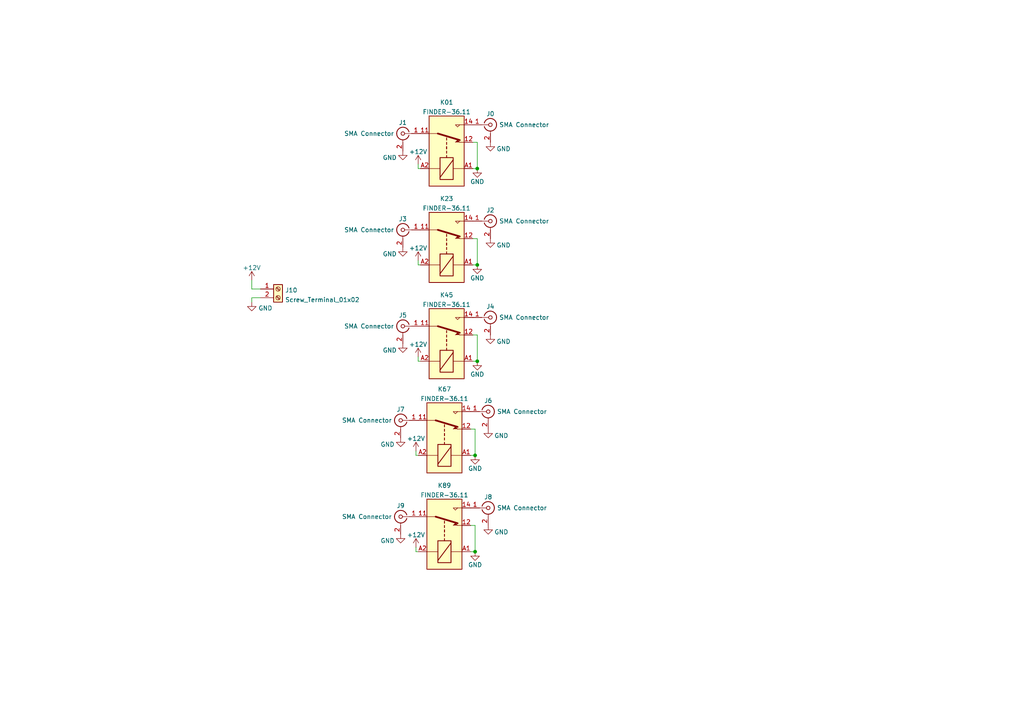
<source format=kicad_sch>
(kicad_sch (version 20211123) (generator eeschema)
  (paper "A4")
  (lib_symbols
    (symbol "Connector:Conn_Coaxial" (pin_names (offset 1.016) hide)
      (property "Reference" "J" (at 0.254 3.048 0))
      (property "Value" "SMA Connector" (at 2.921 0 90))
      (symbol "Conn_Coaxial_0_1"
        (arc (start -1.778 -0.508) (mid 0.222 -1.808) (end 1.778 0) (stroke (width 0.254)))
        (polyline (pts (xy -2.54 0) (xy -0.508 0)))
        (polyline (pts (xy 0 -2.54) (xy 0 -1.778)))
        (circle (center 0 0) (radius 0.508) (stroke (width 0.2032)))
        (arc (start 1.778 0) (mid 0.222 1.8083) (end -1.778 0.508) (stroke (width 0.254)))
      )
      (symbol "Conn_Coaxial_1_1"
        (pin passive line (at -5.08 0 0) (length 2.54) (name "In") (number "1"))
        (pin passive line (at 0 -5.08 90) (length 2.54) (name "Ext") (number "2"))
      )
    )
    (symbol "Connector:Screw_Terminal_01x02" (pin_names (offset 1.016) hide)
      (property "Reference" "J" (at 0 2.54 0))
      (property "Value" "Screw_Terminal_01x02" (at 0 -5.08 0))
      (symbol "Screw_Terminal_01x02_1_1"
        (rectangle (start -1.27 1.27) (end 1.27 -3.81) (stroke (width 0.254)) (fill (type background)))
        (circle (center 0 -2.54) (radius 0.635) (stroke (width 0.1524)))
        (polyline (pts (xy -0.5334 -2.2098) (xy 0.3302 -3.048)) (stroke (width 0.1524)))
        (polyline (pts (xy -0.5334 0.3302) (xy 0.3302 -0.508)) (stroke (width 0.1524)))
        (polyline (pts (xy -0.3556 -2.032) (xy 0.508 -2.8702)) (stroke (width 0.1524)))
        (polyline (pts (xy -0.3556 0.508) (xy 0.508 -0.3302)) (stroke (width 0.1524)))
        (circle (center 0 0) (radius 0.635) (stroke (width 0.1524)))
        (pin passive line (at -5.08 0 0) (length 3.81) (name "Pin_1") (number "1"))
        (pin passive line (at -5.08 -2.54 0) (length 3.81) (name "Pin_2") (number "2"))
      )
    )
    (symbol "Relay:FINDER-36.11"
      (property "Reference" "K" (at 11.43 3.81 0))
      (property "Value" "FINDER-36.11" (at 11.43 1.27 0))
      (symbol "FINDER-36.11_0_0"
        (polyline (pts (xy 2.54 3.81) (xy 2.54 5.08)))
        (polyline (pts (xy 7.62 3.81) (xy 7.62 5.08)))
        (polyline (pts (xy 7.62 3.81) (xy 7.62 2.54) (xy 6.985 3.175) (xy 7.62 3.81)))
      )
      (symbol "FINDER-36.11_0_1"
        (rectangle (start -10.16 5.08) (end 10.16 -5.08) (stroke (width 0.254)) (fill (type background)))
        (rectangle (start -8.255 1.905) (end -1.905 -1.905) (stroke (width 0.254)))
        (polyline (pts (xy -7.62 -1.905) (xy -2.54 1.905)) (stroke (width 0.254)))
        (polyline (pts (xy -5.08 -5.08) (xy -5.08 -1.905)))
        (polyline (pts (xy -5.08 5.08) (xy -5.08 1.905)))
        (polyline (pts (xy -1.905 0) (xy -1.27 0)) (stroke (width 0.254)))
        (polyline (pts (xy -0.635 0) (xy 0 0)) (stroke (width 0.254)))
        (polyline (pts (xy 0.635 0) (xy 1.27 0)) (stroke (width 0.254)))
        (polyline (pts (xy 0.635 0) (xy 1.27 0)) (stroke (width 0.254)))
        (polyline (pts (xy 1.905 0) (xy 2.54 0)) (stroke (width 0.254)))
        (polyline (pts (xy 3.175 0) (xy 3.81 0)) (stroke (width 0.254)))
        (polyline (pts (xy 5.08 -2.54) (xy 3.175 3.81)) (stroke (width 0.508)))
        (polyline (pts (xy 5.08 -2.54) (xy 5.08 -5.08)))
        (polyline (pts (xy 2.54 2.54) (xy 3.175 3.175) (xy 2.54 3.81)) (fill (type outline)))
      )
      (symbol "FINDER-36.11_1_1"
        (pin passive line (at 5.08 -7.62 90) (length 2.54) (name "~") (number "11"))
        (pin passive line (at 2.54 7.62 270) (length 2.54) (name "~") (number "12"))
        (pin passive line (at 7.62 7.62 270) (length 2.54) (name "~") (number "14"))
        (pin passive line (at -5.08 7.62 270) (length 2.54) (name "~") (number "A1"))
        (pin passive line (at -5.08 -7.62 90) (length 2.54) (name "~") (number "A2"))
      )
    )
    (symbol "power:+12V" (power) (pin_names (offset 0))
      (property "Value" "+12V" (at 0 3.556 0))
      (symbol "+12V_0_1"
        (polyline (pts (xy -0.762 1.27) (xy 0 2.54)))
        (polyline (pts (xy 0 0) (xy 0 2.54)))
        (polyline (pts (xy 0 2.54) (xy 0.762 1.27)))
      )
      (symbol "+12V_1_1"
        (pin power_in line (at 0 0 90) (length 0) hide (name "+12V") (number "1"))
      )
    )
    (symbol "power:GND" (power) (pin_names (offset 0))
      (property "Value" "GND" (at 0 -3.81 0))
      (symbol "GND_0_1"
        (polyline (pts (xy 0 0) (xy 0 -1.27) (xy 1.27 -1.27) (xy 0 -2.54) (xy -1.27 -1.27) (xy 0 -1.27)))
      )
      (symbol "GND_1_1"
        (pin power_in line (at 0 0 270) (length 0) hide (name "GND") (number "1"))
      )
    )
  )
  (junction (at 137.795 160.02))
  (junction (at 138.43 76.835))
  (junction (at 137.795 132.08))
  (junction (at 138.43 48.895))
  (junction (at 138.43 104.775))
  (wire (pts (xy 120.65 132.08) (xy 121.285 132.08)))
  (wire (pts (xy 137.16 69.215) (xy 138.43 69.215)))
  (wire (pts (xy 121.285 104.775) (xy 121.92 104.775)))
  (wire (pts (xy 137.795 124.46) (xy 137.795 132.08)))
  (wire (pts (xy 75.565 86.36) (xy 73.025 86.36)))
  (wire (pts (xy 73.025 81.28) (xy 73.025 83.82)))
  (wire (pts (xy 120.65 160.02) (xy 121.285 160.02)))
  (wire (pts (xy 138.43 69.215) (xy 138.43 76.835)))
  (wire (pts (xy 137.16 104.775) (xy 138.43 104.775)))
  (wire (pts (xy 137.16 76.835) (xy 138.43 76.835)))
  (wire (pts (xy 75.565 83.82) (xy 73.025 83.82)))
  (wire (pts (xy 120.65 158.75) (xy 120.65 160.02)))
  (wire (pts (xy 121.285 103.505) (xy 121.285 104.775)))
  (wire (pts (xy 73.025 86.36) (xy 73.025 87.63)))
  (wire (pts (xy 136.525 160.02) (xy 137.795 160.02)))
  (wire (pts (xy 138.43 41.275) (xy 138.43 48.895)))
  (wire (pts (xy 137.16 97.155) (xy 138.43 97.155)))
  (wire (pts (xy 137.795 152.4) (xy 137.795 160.02)))
  (wire (pts (xy 137.16 41.275) (xy 138.43 41.275)))
  (wire (pts (xy 138.43 97.155) (xy 138.43 104.775)))
  (wire (pts (xy 121.285 48.895) (xy 121.92 48.895)))
  (wire (pts (xy 121.285 76.835) (xy 121.92 76.835)))
  (wire (pts (xy 136.525 124.46) (xy 137.795 124.46)))
  (wire (pts (xy 121.285 75.565) (xy 121.285 76.835)))
  (wire (pts (xy 137.16 48.895) (xy 138.43 48.895)))
  (wire (pts (xy 136.525 132.08) (xy 137.795 132.08)))
  (wire (pts (xy 120.65 130.81) (xy 120.65 132.08)))
  (wire (pts (xy 136.525 152.4) (xy 137.795 152.4)))
  (wire (pts (xy 121.285 47.625) (xy 121.285 48.895)))
  (symbol (lib_id "power:+12V") (at 121.285 47.625 0) (unit 1)
    (property "Reference" "#PWR03" (effects hide))
    (property "Value" "+12V" (at 121.285 44.0205 0))
  )
  (symbol (lib_id "Connector:Conn_Coaxial") (at 142.24 92.075 0) (unit 1)
    (property "Reference" "J4" (at 142.24 88.9 0))
    (property "Value" "SMA Connector" (at 144.78 92.075 0) (effects (justify left)))
    (property "Footprint" "Connector_Coaxial:SMA_Amphenol_132203-12_Horizontal" (effects hide))
    (property "Datasheet" " ~" (effects hide))
  )
  (symbol (lib_id "power:GND") (at 116.84 99.695 0) (unit 1)
    (property "Reference" "#PWR010" (effects hide))
    (property "Value" "GND" (at 113.03 101.6 0))
  )
  (symbol (lib_id "Connector:Conn_Coaxial") (at 116.205 121.92 0) (mirror y) (unit 1)
    (property "Reference" "J7" (at 116.205 118.745 0))
    (property "Value" "SMA Connector" (at 113.665 121.92 0) (effects (justify left)))
    (property "Footprint" "Connector_Coaxial:SMA_Amphenol_132203-12_Horizontal" (effects hide))
    (property "Datasheet" " ~" (effects hide))
  )
  (symbol (lib_id "Connector:Conn_Coaxial") (at 142.24 36.195 0) (unit 1)
    (property "Reference" "J0" (at 142.24 33.02 0))
    (property "Value" "SMA Connector" (at 144.78 36.195 0) (effects (justify left)))
    (property "Footprint" "Connector_Coaxial:SMA_Amphenol_132203-12_Horizontal" (effects hide))
    (property "Datasheet" " ~" (effects hide))
  )
  (symbol (lib_id "power:GND") (at 142.24 69.215 0) (mirror y) (unit 1)
    (property "Reference" "#PWR05" (effects hide))
    (property "Value" "GND" (at 146.05 71.12 0))
  )
  (symbol (lib_id "Relay:FINDER-36.11") (at 129.54 43.815 270) (mirror x) (unit 1)
    (property "Reference" "K01" (at 129.54 29.6885 90))
    (property "Value" "FINDER-36.11" (at 129.54 32.4636 90))
    (property "Footprint" "Relay_THT:Relay_SPDT_Finder_36.11" (effects hide))
    (property "Datasheet" "https://gfinder.findernet.com/public/attachments/36/EN/S36EN.pdf" (effects hide))
  )
  (symbol (lib_id "power:+12V") (at 120.65 130.81 0) (unit 1)
    (property "Reference" "#PWR015" (effects hide))
    (property "Value" "+12V" (at 120.65 127.2055 0))
  )
  (symbol (lib_id "Connector:Conn_Coaxial") (at 141.605 147.32 0) (unit 1)
    (property "Reference" "J8" (at 141.605 144.145 0))
    (property "Value" "SMA Connector" (at 144.145 147.32 0) (effects (justify left)))
    (property "Footprint" "Connector_Coaxial:SMA_Amphenol_132203-12_Horizontal" (effects hide))
    (property "Datasheet" " ~" (effects hide))
  )
  (symbol (lib_id "Connector:Conn_Coaxial") (at 116.205 149.86 0) (mirror y) (unit 1)
    (property "Reference" "J9" (at 116.205 146.685 0))
    (property "Value" "SMA Connector" (at 113.665 149.86 0) (effects (justify left)))
    (property "Footprint" "Connector_Coaxial:SMA_Amphenol_132203-12_Horizontal" (effects hide))
    (property "Datasheet" " ~" (effects hide))
  )
  (symbol (lib_id "power:GND") (at 141.605 152.4 0) (mirror y) (unit 1)
    (property "Reference" "#PWR017" (effects hide))
    (property "Value" "GND" (at 145.415 154.305 0))
  )
  (symbol (lib_id "power:GND") (at 137.795 160.02 0) (unit 1)
    (property "Reference" "#PWR020" (effects hide))
    (property "Value" "GND" (at 137.795 163.83 0))
  )
  (symbol (lib_id "Relay:FINDER-36.11") (at 129.54 71.755 270) (mirror x) (unit 1)
    (property "Reference" "K23" (at 129.54 57.6285 90))
    (property "Value" "FINDER-36.11" (at 129.54 60.4036 90))
    (property "Footprint" "Relay_THT:Relay_SPDT_Finder_36.11" (effects hide))
    (property "Datasheet" "https://gfinder.findernet.com/public/attachments/36/EN/S36EN.pdf" (effects hide))
  )
  (symbol (lib_id "power:+12V") (at 120.65 158.75 0) (unit 1)
    (property "Reference" "#PWR019" (effects hide))
    (property "Value" "+12V" (at 120.65 155.1455 0))
  )
  (symbol (lib_id "Connector:Conn_Coaxial") (at 141.605 119.38 0) (unit 1)
    (property "Reference" "J6" (at 141.605 116.205 0))
    (property "Value" "SMA Connector" (at 144.145 119.38 0) (effects (justify left)))
    (property "Footprint" "Connector_Coaxial:SMA_Amphenol_132203-12_Horizontal" (effects hide))
    (property "Datasheet" " ~" (effects hide))
  )
  (symbol (lib_id "Connector:Conn_Coaxial") (at 116.84 38.735 0) (mirror y) (unit 1)
    (property "Reference" "J1" (at 116.84 35.56 0))
    (property "Value" "SMA Connector" (at 114.3 38.735 0) (effects (justify left)))
    (property "Footprint" "Connector_Coaxial:SMA_Amphenol_132203-12_Horizontal" (effects hide))
    (property "Datasheet" " ~" (effects hide))
  )
  (symbol (lib_id "power:+12V") (at 121.285 103.505 0) (unit 1)
    (property "Reference" "#PWR011" (effects hide))
    (property "Value" "+12V" (at 121.285 99.9005 0))
  )
  (symbol (lib_id "Connector:Screw_Terminal_01x02") (at 80.645 83.82 0) (unit 1)
    (property "Reference" "J10" (at 82.677 84.1815 0) (effects (justify left)))
    (property "Value" "Screw_Terminal_01x02" (at 82.677 86.9566 0) (effects (justify left)))
    (property "Footprint" "TerminalBlock_Phoenix:TerminalBlock_Phoenix_MKDS-1,5-2_1x02_P5.00mm_Horizontal" (effects hide))
  )
  (symbol (lib_id "power:GND") (at 142.24 97.155 0) (mirror y) (unit 1)
    (property "Reference" "#PWR09" (effects hide))
    (property "Value" "GND" (at 146.05 99.06 0))
  )
  (symbol (lib_id "power:GND") (at 137.795 132.08 0) (unit 1)
    (property "Reference" "#PWR016" (effects hide))
    (property "Value" "GND" (at 137.795 135.89 0))
  )
  (symbol (lib_id "Connector:Conn_Coaxial") (at 142.24 64.135 0) (unit 1)
    (property "Reference" "J2" (at 142.24 60.96 0))
    (property "Value" "SMA Connector" (at 144.78 64.135 0) (effects (justify left)))
    (property "Footprint" "Connector_Coaxial:SMA_Amphenol_132203-12_Horizontal" (effects hide))
    (property "Datasheet" " ~" (effects hide))
  )
  (symbol (lib_id "power:+12V") (at 73.025 81.28 0) (unit 1)
    (property "Reference" "#PWR021" (effects hide))
    (property "Value" "+12V" (at 73.025 77.6755 0))
  )
  (symbol (lib_id "power:GND") (at 141.605 124.46 0) (mirror y) (unit 1)
    (property "Reference" "#PWR013" (effects hide))
    (property "Value" "GND" (at 145.415 126.365 0))
  )
  (symbol (lib_id "power:GND") (at 73.025 87.63 0) (unit 1)
    (property "Reference" "#PWR022" (effects hide))
    (property "Value" "GND" (at 74.93 89.379 0) (effects (justify left)))
  )
  (symbol (lib_id "power:GND") (at 116.84 43.815 0) (unit 1)
    (property "Reference" "#PWR02" (effects hide))
    (property "Value" "GND" (at 113.03 45.72 0))
  )
  (symbol (lib_id "Connector:Conn_Coaxial") (at 116.84 94.615 0) (mirror y) (unit 1)
    (property "Reference" "J5" (at 116.84 91.44 0))
    (property "Value" "SMA Connector" (at 114.3 94.615 0) (effects (justify left)))
    (property "Footprint" "Connector_Coaxial:SMA_Amphenol_132203-12_Horizontal" (effects hide))
    (property "Datasheet" " ~" (effects hide))
  )
  (symbol (lib_id "Relay:FINDER-36.11") (at 128.905 154.94 270) (mirror x) (unit 1)
    (property "Reference" "K89" (at 128.905 140.8135 90))
    (property "Value" "FINDER-36.11" (at 128.905 143.5886 90))
    (property "Footprint" "Relay_THT:Relay_SPDT_Finder_36.11" (effects hide))
    (property "Datasheet" "https://gfinder.findernet.com/public/attachments/36/EN/S36EN.pdf" (effects hide))
  )
  (symbol (lib_id "power:GND") (at 116.84 71.755 0) (unit 1)
    (property "Reference" "#PWR06" (effects hide))
    (property "Value" "GND" (at 113.03 73.66 0))
  )
  (symbol (lib_id "power:GND") (at 138.43 76.835 0) (unit 1)
    (property "Reference" "#PWR08" (effects hide))
    (property "Value" "GND" (at 138.43 80.645 0))
  )
  (symbol (lib_id "power:GND") (at 138.43 48.895 0) (unit 1)
    (property "Reference" "#PWR04" (effects hide))
    (property "Value" "GND" (at 138.43 52.705 0))
  )
  (symbol (lib_id "power:GND") (at 116.205 154.94 0) (unit 1)
    (property "Reference" "#PWR018" (effects hide))
    (property "Value" "GND" (at 112.395 156.845 0))
  )
  (symbol (lib_id "power:GND") (at 138.43 104.775 0) (unit 1)
    (property "Reference" "#PWR012" (effects hide))
    (property "Value" "GND" (at 138.43 108.585 0))
  )
  (symbol (lib_id "power:+12V") (at 121.285 75.565 0) (unit 1)
    (property "Reference" "#PWR07" (effects hide))
    (property "Value" "+12V" (at 121.285 71.9605 0))
  )
  (symbol (lib_id "Relay:FINDER-36.11") (at 128.905 127 270) (mirror x) (unit 1)
    (property "Reference" "K67" (at 128.905 112.8735 90))
    (property "Value" "FINDER-36.11" (at 128.905 115.6486 90))
    (property "Footprint" "Relay_THT:Relay_SPDT_Finder_36.11" (effects hide))
    (property "Datasheet" "https://gfinder.findernet.com/public/attachments/36/EN/S36EN.pdf" (effects hide))
  )
  (symbol (lib_id "power:GND") (at 142.24 41.275 0) (mirror y) (unit 1)
    (property "Reference" "#PWR01" (effects hide))
    (property "Value" "GND" (at 146.05 43.18 0))
  )
  (symbol (lib_id "Connector:Conn_Coaxial") (at 116.84 66.675 0) (mirror y) (unit 1)
    (property "Reference" "J3" (at 116.84 63.5 0))
    (property "Value" "SMA Connector" (at 114.3 66.675 0) (effects (justify left)))
    (property "Footprint" "Connector_Coaxial:SMA_Amphenol_132203-12_Horizontal" (effects hide))
    (property "Datasheet" " ~" (effects hide))
  )
  (symbol (lib_id "Relay:FINDER-36.11") (at 129.54 99.695 270) (mirror x) (unit 1)
    (property "Reference" "K45" (at 129.54 85.5685 90))
    (property "Value" "FINDER-36.11" (at 129.54 88.3436 90))
    (property "Footprint" "Relay_THT:Relay_SPDT_Finder_36.11" (effects hide))
    (property "Datasheet" "https://gfinder.findernet.com/public/attachments/36/EN/S36EN.pdf" (effects hide))
  )
  (symbol (lib_id "power:GND") (at 116.205 127 0) (unit 1)
    (property "Reference" "#PWR014" (effects hide))
    (property "Value" "GND" (at 112.395 128.905 0))
  )
)
</source>
